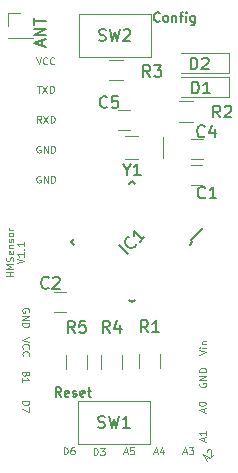
<source format=gto>
G04 #@! TF.FileFunction,Legend,Top*
%FSLAX46Y46*%
G04 Gerber Fmt 4.6, Leading zero omitted, Abs format (unit mm)*
G04 Created by KiCad (PCBNEW 4.0.2-stable) date 01.06.2017 12:53:20*
%MOMM*%
G01*
G04 APERTURE LIST*
%ADD10C,0.100000*%
%ADD11C,0.150000*%
%ADD12C,0.120000*%
G04 APERTURE END LIST*
D10*
X172004071Y-118175143D02*
X172604071Y-118175143D01*
X172604071Y-118318000D01*
X172575500Y-118403715D01*
X172518357Y-118460857D01*
X172461214Y-118489429D01*
X172346929Y-118518000D01*
X172261214Y-118518000D01*
X172146929Y-118489429D01*
X172089786Y-118460857D01*
X172032643Y-118403715D01*
X172004071Y-118318000D01*
X172004071Y-118175143D01*
X172604071Y-118718000D02*
X172604071Y-119118000D01*
X172004071Y-118860857D01*
X172318357Y-115898643D02*
X172289786Y-115984357D01*
X172261214Y-116012929D01*
X172204071Y-116041500D01*
X172118357Y-116041500D01*
X172061214Y-116012929D01*
X172032643Y-115984357D01*
X172004071Y-115927215D01*
X172004071Y-115698643D01*
X172604071Y-115698643D01*
X172604071Y-115898643D01*
X172575500Y-115955786D01*
X172546929Y-115984357D01*
X172489786Y-116012929D01*
X172432643Y-116012929D01*
X172375500Y-115984357D01*
X172346929Y-115955786D01*
X172318357Y-115898643D01*
X172318357Y-115698643D01*
X172004071Y-116612929D02*
X172004071Y-116270072D01*
X172004071Y-116441500D02*
X172604071Y-116441500D01*
X172518357Y-116384357D01*
X172461214Y-116327215D01*
X172432643Y-116270072D01*
X172604071Y-112801500D02*
X172004071Y-113001500D01*
X172604071Y-113201500D01*
X172061214Y-113744357D02*
X172032643Y-113715786D01*
X172004071Y-113630072D01*
X172004071Y-113572929D01*
X172032643Y-113487214D01*
X172089786Y-113430072D01*
X172146929Y-113401500D01*
X172261214Y-113372929D01*
X172346929Y-113372929D01*
X172461214Y-113401500D01*
X172518357Y-113430072D01*
X172575500Y-113487214D01*
X172604071Y-113572929D01*
X172604071Y-113630072D01*
X172575500Y-113715786D01*
X172546929Y-113744357D01*
X172061214Y-114344357D02*
X172032643Y-114315786D01*
X172004071Y-114230072D01*
X172004071Y-114172929D01*
X172032643Y-114087214D01*
X172089786Y-114030072D01*
X172146929Y-114001500D01*
X172261214Y-113972929D01*
X172346929Y-113972929D01*
X172461214Y-114001500D01*
X172518357Y-114030072D01*
X172575500Y-114087214D01*
X172604071Y-114172929D01*
X172604071Y-114230072D01*
X172575500Y-114315786D01*
X172546929Y-114344357D01*
X172575500Y-110667858D02*
X172604071Y-110610715D01*
X172604071Y-110525001D01*
X172575500Y-110439286D01*
X172518357Y-110382144D01*
X172461214Y-110353572D01*
X172346929Y-110325001D01*
X172261214Y-110325001D01*
X172146929Y-110353572D01*
X172089786Y-110382144D01*
X172032643Y-110439286D01*
X172004071Y-110525001D01*
X172004071Y-110582144D01*
X172032643Y-110667858D01*
X172061214Y-110696429D01*
X172261214Y-110696429D01*
X172261214Y-110582144D01*
X172004071Y-110953572D02*
X172604071Y-110953572D01*
X172004071Y-111296429D01*
X172604071Y-111296429D01*
X172004071Y-111582143D02*
X172604071Y-111582143D01*
X172604071Y-111725000D01*
X172575500Y-111810715D01*
X172518357Y-111867857D01*
X172461214Y-111896429D01*
X172346929Y-111925000D01*
X172261214Y-111925000D01*
X172146929Y-111896429D01*
X172089786Y-111867857D01*
X172032643Y-111810715D01*
X172004071Y-111725000D01*
X172004071Y-111582143D01*
X171251429Y-107641771D02*
X170651429Y-107641771D01*
X170937143Y-107641771D02*
X170937143Y-107298914D01*
X171251429Y-107298914D02*
X170651429Y-107298914D01*
X171251429Y-107013200D02*
X170651429Y-107013200D01*
X171080000Y-106813200D01*
X170651429Y-106613200D01*
X171251429Y-106613200D01*
X171222857Y-106356057D02*
X171251429Y-106270343D01*
X171251429Y-106127486D01*
X171222857Y-106070343D01*
X171194286Y-106041772D01*
X171137143Y-106013200D01*
X171080000Y-106013200D01*
X171022857Y-106041772D01*
X170994286Y-106070343D01*
X170965714Y-106127486D01*
X170937143Y-106241772D01*
X170908571Y-106298914D01*
X170880000Y-106327486D01*
X170822857Y-106356057D01*
X170765714Y-106356057D01*
X170708571Y-106327486D01*
X170680000Y-106298914D01*
X170651429Y-106241772D01*
X170651429Y-106098914D01*
X170680000Y-106013200D01*
X171222857Y-105527485D02*
X171251429Y-105584628D01*
X171251429Y-105698914D01*
X171222857Y-105756057D01*
X171165714Y-105784628D01*
X170937143Y-105784628D01*
X170880000Y-105756057D01*
X170851429Y-105698914D01*
X170851429Y-105584628D01*
X170880000Y-105527485D01*
X170937143Y-105498914D01*
X170994286Y-105498914D01*
X171051429Y-105784628D01*
X170851429Y-105241771D02*
X171251429Y-105241771D01*
X170908571Y-105241771D02*
X170880000Y-105213199D01*
X170851429Y-105156057D01*
X170851429Y-105070342D01*
X170880000Y-105013199D01*
X170937143Y-104984628D01*
X171251429Y-104984628D01*
X171222857Y-104727485D02*
X171251429Y-104670342D01*
X171251429Y-104556057D01*
X171222857Y-104498914D01*
X171165714Y-104470342D01*
X171137143Y-104470342D01*
X171080000Y-104498914D01*
X171051429Y-104556057D01*
X171051429Y-104641771D01*
X171022857Y-104698914D01*
X170965714Y-104727485D01*
X170937143Y-104727485D01*
X170880000Y-104698914D01*
X170851429Y-104641771D01*
X170851429Y-104556057D01*
X170880000Y-104498914D01*
X171251429Y-104127486D02*
X171222857Y-104184628D01*
X171194286Y-104213200D01*
X171137143Y-104241771D01*
X170965714Y-104241771D01*
X170908571Y-104213200D01*
X170880000Y-104184628D01*
X170851429Y-104127486D01*
X170851429Y-104041771D01*
X170880000Y-103984628D01*
X170908571Y-103956057D01*
X170965714Y-103927486D01*
X171137143Y-103927486D01*
X171194286Y-103956057D01*
X171222857Y-103984628D01*
X171251429Y-104041771D01*
X171251429Y-104127486D01*
X171251429Y-103670343D02*
X170851429Y-103670343D01*
X170965714Y-103670343D02*
X170908571Y-103641771D01*
X170880000Y-103613200D01*
X170851429Y-103556057D01*
X170851429Y-103498914D01*
X171591429Y-106527486D02*
X172191429Y-106327486D01*
X171591429Y-106127486D01*
X172191429Y-105613200D02*
X172191429Y-105956057D01*
X172191429Y-105784629D02*
X171591429Y-105784629D01*
X171677143Y-105841772D01*
X171734286Y-105898914D01*
X171762857Y-105956057D01*
X172134286Y-105356057D02*
X172162857Y-105327485D01*
X172191429Y-105356057D01*
X172162857Y-105384628D01*
X172134286Y-105356057D01*
X172191429Y-105356057D01*
X172191429Y-104756057D02*
X172191429Y-105098914D01*
X172191429Y-104927486D02*
X171591429Y-104927486D01*
X171677143Y-104984629D01*
X171734286Y-105041771D01*
X171762857Y-105098914D01*
X186996429Y-114279285D02*
X187596429Y-114079285D01*
X186996429Y-113879285D01*
X187596429Y-113679285D02*
X187196429Y-113679285D01*
X186996429Y-113679285D02*
X187025000Y-113707856D01*
X187053571Y-113679285D01*
X187025000Y-113650713D01*
X186996429Y-113679285D01*
X187053571Y-113679285D01*
X187196429Y-113393571D02*
X187596429Y-113393571D01*
X187253571Y-113393571D02*
X187225000Y-113364999D01*
X187196429Y-113307857D01*
X187196429Y-113222142D01*
X187225000Y-113164999D01*
X187282143Y-113136428D01*
X187596429Y-113136428D01*
X175515643Y-122699429D02*
X175515643Y-122099429D01*
X175658500Y-122099429D01*
X175744215Y-122128000D01*
X175801357Y-122185143D01*
X175829929Y-122242286D01*
X175858500Y-122356571D01*
X175858500Y-122442286D01*
X175829929Y-122556571D01*
X175801357Y-122613714D01*
X175744215Y-122670857D01*
X175658500Y-122699429D01*
X175515643Y-122699429D01*
X176372786Y-122099429D02*
X176258500Y-122099429D01*
X176201357Y-122128000D01*
X176172786Y-122156571D01*
X176115643Y-122242286D01*
X176087072Y-122356571D01*
X176087072Y-122585143D01*
X176115643Y-122642286D01*
X176144215Y-122670857D01*
X176201357Y-122699429D01*
X176315643Y-122699429D01*
X176372786Y-122670857D01*
X176401357Y-122642286D01*
X176429929Y-122585143D01*
X176429929Y-122442286D01*
X176401357Y-122385143D01*
X176372786Y-122356571D01*
X176315643Y-122328000D01*
X176201357Y-122328000D01*
X176144215Y-122356571D01*
X176115643Y-122385143D01*
X176087072Y-122442286D01*
X178055643Y-122762929D02*
X178055643Y-122162929D01*
X178198500Y-122162929D01*
X178284215Y-122191500D01*
X178341357Y-122248643D01*
X178369929Y-122305786D01*
X178398500Y-122420071D01*
X178398500Y-122505786D01*
X178369929Y-122620071D01*
X178341357Y-122677214D01*
X178284215Y-122734357D01*
X178198500Y-122762929D01*
X178055643Y-122762929D01*
X178598500Y-122162929D02*
X178969929Y-122162929D01*
X178769929Y-122391500D01*
X178855643Y-122391500D01*
X178912786Y-122420071D01*
X178941357Y-122448643D01*
X178969929Y-122505786D01*
X178969929Y-122648643D01*
X178941357Y-122705786D01*
X178912786Y-122734357D01*
X178855643Y-122762929D01*
X178684215Y-122762929D01*
X178627072Y-122734357D01*
X178598500Y-122705786D01*
X180609929Y-122528000D02*
X180895643Y-122528000D01*
X180552786Y-122699429D02*
X180752786Y-122099429D01*
X180952786Y-122699429D01*
X181438500Y-122099429D02*
X181152786Y-122099429D01*
X181124215Y-122385143D01*
X181152786Y-122356571D01*
X181209929Y-122328000D01*
X181352786Y-122328000D01*
X181409929Y-122356571D01*
X181438500Y-122385143D01*
X181467072Y-122442286D01*
X181467072Y-122585143D01*
X181438500Y-122642286D01*
X181409929Y-122670857D01*
X181352786Y-122699429D01*
X181209929Y-122699429D01*
X181152786Y-122670857D01*
X181124215Y-122642286D01*
X183149929Y-122528000D02*
X183435643Y-122528000D01*
X183092786Y-122699429D02*
X183292786Y-122099429D01*
X183492786Y-122699429D01*
X183949929Y-122299429D02*
X183949929Y-122699429D01*
X183807072Y-122070857D02*
X183664215Y-122499429D01*
X184035643Y-122499429D01*
X185626429Y-122528000D02*
X185912143Y-122528000D01*
X185569286Y-122699429D02*
X185769286Y-122099429D01*
X185969286Y-122699429D01*
X186112143Y-122099429D02*
X186483572Y-122099429D01*
X186283572Y-122328000D01*
X186369286Y-122328000D01*
X186426429Y-122356571D01*
X186455000Y-122385143D01*
X186483572Y-122442286D01*
X186483572Y-122585143D01*
X186455000Y-122642286D01*
X186426429Y-122670857D01*
X186369286Y-122699429D01*
X186197858Y-122699429D01*
X186140715Y-122670857D01*
X186112143Y-122642286D01*
X187537165Y-123119256D02*
X187739196Y-122917226D01*
X187617978Y-123280881D02*
X187335135Y-122715196D01*
X187900820Y-122998038D01*
X187638180Y-122492961D02*
X187638180Y-122452556D01*
X187658384Y-122391947D01*
X187759399Y-122290931D01*
X187820008Y-122270728D01*
X187860413Y-122270728D01*
X187921023Y-122290931D01*
X187961429Y-122331337D01*
X188001835Y-122412149D01*
X188001835Y-122897023D01*
X188264475Y-122634383D01*
X187361500Y-121586571D02*
X187361500Y-121300857D01*
X187532929Y-121643714D02*
X186932929Y-121443714D01*
X187532929Y-121243714D01*
X187532929Y-120729428D02*
X187532929Y-121072285D01*
X187532929Y-120900857D02*
X186932929Y-120900857D01*
X187018643Y-120958000D01*
X187075786Y-121015142D01*
X187104357Y-121072285D01*
X187361500Y-119110071D02*
X187361500Y-118824357D01*
X187532929Y-119167214D02*
X186932929Y-118967214D01*
X187532929Y-118767214D01*
X186932929Y-118452928D02*
X186932929Y-118395785D01*
X186961500Y-118338642D01*
X186990071Y-118310071D01*
X187047214Y-118281500D01*
X187161500Y-118252928D01*
X187304357Y-118252928D01*
X187418643Y-118281500D01*
X187475786Y-118310071D01*
X187504357Y-118338642D01*
X187532929Y-118395785D01*
X187532929Y-118452928D01*
X187504357Y-118510071D01*
X187475786Y-118538642D01*
X187418643Y-118567214D01*
X187304357Y-118595785D01*
X187161500Y-118595785D01*
X187047214Y-118567214D01*
X186990071Y-118538642D01*
X186961500Y-118510071D01*
X186932929Y-118452928D01*
X187025000Y-116662142D02*
X186996429Y-116719285D01*
X186996429Y-116804999D01*
X187025000Y-116890714D01*
X187082143Y-116947856D01*
X187139286Y-116976428D01*
X187253571Y-117004999D01*
X187339286Y-117004999D01*
X187453571Y-116976428D01*
X187510714Y-116947856D01*
X187567857Y-116890714D01*
X187596429Y-116804999D01*
X187596429Y-116747856D01*
X187567857Y-116662142D01*
X187539286Y-116633571D01*
X187339286Y-116633571D01*
X187339286Y-116747856D01*
X187596429Y-116376428D02*
X186996429Y-116376428D01*
X187596429Y-116033571D01*
X186996429Y-116033571D01*
X187596429Y-115747857D02*
X186996429Y-115747857D01*
X186996429Y-115605000D01*
X187025000Y-115519285D01*
X187082143Y-115462143D01*
X187139286Y-115433571D01*
X187253571Y-115405000D01*
X187339286Y-115405000D01*
X187453571Y-115433571D01*
X187510714Y-115462143D01*
X187567857Y-115519285D01*
X187596429Y-115605000D01*
X187596429Y-115747857D01*
X173532858Y-99141000D02*
X173475715Y-99112429D01*
X173390001Y-99112429D01*
X173304286Y-99141000D01*
X173247144Y-99198143D01*
X173218572Y-99255286D01*
X173190001Y-99369571D01*
X173190001Y-99455286D01*
X173218572Y-99569571D01*
X173247144Y-99626714D01*
X173304286Y-99683857D01*
X173390001Y-99712429D01*
X173447144Y-99712429D01*
X173532858Y-99683857D01*
X173561429Y-99655286D01*
X173561429Y-99455286D01*
X173447144Y-99455286D01*
X173818572Y-99712429D02*
X173818572Y-99112429D01*
X174161429Y-99712429D01*
X174161429Y-99112429D01*
X174447143Y-99712429D02*
X174447143Y-99112429D01*
X174590000Y-99112429D01*
X174675715Y-99141000D01*
X174732857Y-99198143D01*
X174761429Y-99255286D01*
X174790000Y-99369571D01*
X174790000Y-99455286D01*
X174761429Y-99569571D01*
X174732857Y-99626714D01*
X174675715Y-99683857D01*
X174590000Y-99712429D01*
X174447143Y-99712429D01*
X173532858Y-96601000D02*
X173475715Y-96572429D01*
X173390001Y-96572429D01*
X173304286Y-96601000D01*
X173247144Y-96658143D01*
X173218572Y-96715286D01*
X173190001Y-96829571D01*
X173190001Y-96915286D01*
X173218572Y-97029571D01*
X173247144Y-97086714D01*
X173304286Y-97143857D01*
X173390001Y-97172429D01*
X173447144Y-97172429D01*
X173532858Y-97143857D01*
X173561429Y-97115286D01*
X173561429Y-96915286D01*
X173447144Y-96915286D01*
X173818572Y-97172429D02*
X173818572Y-96572429D01*
X174161429Y-97172429D01*
X174161429Y-96572429D01*
X174447143Y-97172429D02*
X174447143Y-96572429D01*
X174590000Y-96572429D01*
X174675715Y-96601000D01*
X174732857Y-96658143D01*
X174761429Y-96715286D01*
X174790000Y-96829571D01*
X174790000Y-96915286D01*
X174761429Y-97029571D01*
X174732857Y-97086714D01*
X174675715Y-97143857D01*
X174590000Y-97172429D01*
X174447143Y-97172429D01*
X173590000Y-94632429D02*
X173390000Y-94346714D01*
X173247143Y-94632429D02*
X173247143Y-94032429D01*
X173475715Y-94032429D01*
X173532857Y-94061000D01*
X173561429Y-94089571D01*
X173590000Y-94146714D01*
X173590000Y-94232429D01*
X173561429Y-94289571D01*
X173532857Y-94318143D01*
X173475715Y-94346714D01*
X173247143Y-94346714D01*
X173790000Y-94032429D02*
X174190000Y-94632429D01*
X174190000Y-94032429D02*
X173790000Y-94632429D01*
X174418572Y-94632429D02*
X174418572Y-94032429D01*
X174561429Y-94032429D01*
X174647144Y-94061000D01*
X174704286Y-94118143D01*
X174732858Y-94175286D01*
X174761429Y-94289571D01*
X174761429Y-94375286D01*
X174732858Y-94489571D01*
X174704286Y-94546714D01*
X174647144Y-94603857D01*
X174561429Y-94632429D01*
X174418572Y-94632429D01*
X173232857Y-91492429D02*
X173575714Y-91492429D01*
X173404285Y-92092429D02*
X173404285Y-91492429D01*
X173718571Y-91492429D02*
X174118571Y-92092429D01*
X174118571Y-91492429D02*
X173718571Y-92092429D01*
X174347143Y-92092429D02*
X174347143Y-91492429D01*
X174490000Y-91492429D01*
X174575715Y-91521000D01*
X174632857Y-91578143D01*
X174661429Y-91635286D01*
X174690000Y-91749571D01*
X174690000Y-91835286D01*
X174661429Y-91949571D01*
X174632857Y-92006714D01*
X174575715Y-92063857D01*
X174490000Y-92092429D01*
X174347143Y-92092429D01*
X173190000Y-89079429D02*
X173390000Y-89679429D01*
X173590000Y-89079429D01*
X174132857Y-89622286D02*
X174104286Y-89650857D01*
X174018572Y-89679429D01*
X173961429Y-89679429D01*
X173875714Y-89650857D01*
X173818572Y-89593714D01*
X173790000Y-89536571D01*
X173761429Y-89422286D01*
X173761429Y-89336571D01*
X173790000Y-89222286D01*
X173818572Y-89165143D01*
X173875714Y-89108000D01*
X173961429Y-89079429D01*
X174018572Y-89079429D01*
X174104286Y-89108000D01*
X174132857Y-89136571D01*
X174732857Y-89622286D02*
X174704286Y-89650857D01*
X174618572Y-89679429D01*
X174561429Y-89679429D01*
X174475714Y-89650857D01*
X174418572Y-89593714D01*
X174390000Y-89536571D01*
X174361429Y-89422286D01*
X174361429Y-89336571D01*
X174390000Y-89222286D01*
X174418572Y-89165143D01*
X174475714Y-89108000D01*
X174561429Y-89079429D01*
X174618572Y-89079429D01*
X174704286Y-89108000D01*
X174732857Y-89136571D01*
D11*
X186419024Y-104711500D02*
X186259925Y-104552401D01*
X181292500Y-109838024D02*
X181062690Y-109608214D01*
X176165976Y-104711500D02*
X176395786Y-104941310D01*
X181292500Y-99584976D02*
X181522310Y-99814786D01*
X186419024Y-104711500D02*
X186189214Y-104941310D01*
X181292500Y-99584976D02*
X181062690Y-99814786D01*
X176165976Y-104711500D02*
X176395786Y-104481690D01*
X181292500Y-109838024D02*
X181522310Y-109608214D01*
X186259925Y-104552401D02*
X187267552Y-103544774D01*
D12*
X182828500Y-121825000D02*
X176708500Y-121825000D01*
X176708500Y-121825000D02*
X176708500Y-118205000D01*
X176708500Y-118205000D02*
X182828500Y-118205000D01*
X182828500Y-118205000D02*
X182828500Y-121825000D01*
X176772000Y-85439000D02*
X182892000Y-85439000D01*
X182892000Y-85439000D02*
X182892000Y-89059000D01*
X182892000Y-89059000D02*
X176772000Y-89059000D01*
X176772000Y-89059000D02*
X176772000Y-85439000D01*
X187253500Y-98210000D02*
X186253500Y-98210000D01*
X186253500Y-99910000D02*
X187253500Y-99910000D01*
X189507500Y-92480500D02*
X189507500Y-90780500D01*
X189457500Y-90780500D02*
X185407500Y-90780500D01*
X189457500Y-92480500D02*
X185407500Y-92480500D01*
X189507500Y-90385000D02*
X189507500Y-88685000D01*
X189457500Y-88685000D02*
X185407500Y-88685000D01*
X189457500Y-90385000D02*
X185407500Y-90385000D01*
X181873000Y-115433400D02*
X181873000Y-114233400D01*
X183633000Y-114233400D02*
X183633000Y-115433400D01*
X186477200Y-94555200D02*
X185277200Y-94555200D01*
X185277200Y-92795200D02*
X186477200Y-92795200D01*
X179359000Y-89290000D02*
X180559000Y-89290000D01*
X180559000Y-91050000D02*
X179359000Y-91050000D01*
X187266200Y-96000200D02*
X186266200Y-96000200D01*
X186266200Y-97700200D02*
X187266200Y-97700200D01*
X181144800Y-93511000D02*
X180144800Y-93511000D01*
X180144800Y-95211000D02*
X181144800Y-95211000D01*
X181804400Y-97673200D02*
X180704400Y-97673200D01*
X181804400Y-95773200D02*
X180704400Y-95773200D01*
X183954400Y-97623200D02*
X183954400Y-95823200D01*
X170771000Y-87423500D02*
X170771000Y-87483500D01*
X170771000Y-87483500D02*
X172891000Y-87483500D01*
X172891000Y-87483500D02*
X172891000Y-87423500D01*
X172891000Y-87423500D02*
X170771000Y-87423500D01*
X170771000Y-86423500D02*
X170771000Y-85363500D01*
X170771000Y-85363500D02*
X171831000Y-85363500D01*
X178698000Y-115471500D02*
X178698000Y-114271500D01*
X180458000Y-114271500D02*
X180458000Y-115471500D01*
X175696500Y-108941500D02*
X174696500Y-108941500D01*
X174696500Y-110641500D02*
X175696500Y-110641500D01*
X177486200Y-114280400D02*
X177486200Y-115480400D01*
X175726200Y-115480400D02*
X175726200Y-114280400D01*
D11*
X180922111Y-105721652D02*
X180215004Y-105014545D01*
X181595546Y-104913530D02*
X181595546Y-104980874D01*
X181528203Y-105115561D01*
X181460859Y-105182904D01*
X181326172Y-105250248D01*
X181191485Y-105250248D01*
X181090470Y-105216576D01*
X180922111Y-105115561D01*
X180821095Y-105014545D01*
X180720080Y-104846187D01*
X180686408Y-104745172D01*
X180686408Y-104610485D01*
X180753753Y-104475797D01*
X180821096Y-104408454D01*
X180955783Y-104341110D01*
X181023126Y-104341110D01*
X182336325Y-104307439D02*
X181932263Y-104711500D01*
X182134294Y-104509470D02*
X181427187Y-103802363D01*
X181460859Y-103970722D01*
X181460859Y-104105408D01*
X181427187Y-104206424D01*
X178435167Y-120419762D02*
X178578024Y-120467381D01*
X178816120Y-120467381D01*
X178911358Y-120419762D01*
X178958977Y-120372143D01*
X179006596Y-120276905D01*
X179006596Y-120181667D01*
X178958977Y-120086429D01*
X178911358Y-120038810D01*
X178816120Y-119991190D01*
X178625643Y-119943571D01*
X178530405Y-119895952D01*
X178482786Y-119848333D01*
X178435167Y-119753095D01*
X178435167Y-119657857D01*
X178482786Y-119562619D01*
X178530405Y-119515000D01*
X178625643Y-119467381D01*
X178863739Y-119467381D01*
X179006596Y-119515000D01*
X179339929Y-119467381D02*
X179578024Y-120467381D01*
X179768501Y-119753095D01*
X179958977Y-120467381D01*
X180197072Y-119467381D01*
X181101834Y-120467381D02*
X180530405Y-120467381D01*
X180816119Y-120467381D02*
X180816119Y-119467381D01*
X180720881Y-119610238D01*
X180625643Y-119705476D01*
X180530405Y-119753095D01*
X175285524Y-117836905D02*
X175018857Y-117455952D01*
X174828381Y-117836905D02*
X174828381Y-117036905D01*
X175133143Y-117036905D01*
X175209334Y-117075000D01*
X175247429Y-117113095D01*
X175285524Y-117189286D01*
X175285524Y-117303571D01*
X175247429Y-117379762D01*
X175209334Y-117417857D01*
X175133143Y-117455952D01*
X174828381Y-117455952D01*
X175933143Y-117798810D02*
X175856953Y-117836905D01*
X175704572Y-117836905D01*
X175628381Y-117798810D01*
X175590286Y-117722619D01*
X175590286Y-117417857D01*
X175628381Y-117341667D01*
X175704572Y-117303571D01*
X175856953Y-117303571D01*
X175933143Y-117341667D01*
X175971238Y-117417857D01*
X175971238Y-117494048D01*
X175590286Y-117570238D01*
X176276000Y-117798810D02*
X176352190Y-117836905D01*
X176504571Y-117836905D01*
X176580762Y-117798810D01*
X176618857Y-117722619D01*
X176618857Y-117684524D01*
X176580762Y-117608333D01*
X176504571Y-117570238D01*
X176390286Y-117570238D01*
X176314095Y-117532143D01*
X176276000Y-117455952D01*
X176276000Y-117417857D01*
X176314095Y-117341667D01*
X176390286Y-117303571D01*
X176504571Y-117303571D01*
X176580762Y-117341667D01*
X177266476Y-117798810D02*
X177190286Y-117836905D01*
X177037905Y-117836905D01*
X176961714Y-117798810D01*
X176923619Y-117722619D01*
X176923619Y-117417857D01*
X176961714Y-117341667D01*
X177037905Y-117303571D01*
X177190286Y-117303571D01*
X177266476Y-117341667D01*
X177304571Y-117417857D01*
X177304571Y-117494048D01*
X176923619Y-117570238D01*
X177533142Y-117303571D02*
X177837904Y-117303571D01*
X177647428Y-117036905D02*
X177647428Y-117722619D01*
X177685523Y-117798810D01*
X177761714Y-117836905D01*
X177837904Y-117836905D01*
X178498667Y-87653762D02*
X178641524Y-87701381D01*
X178879620Y-87701381D01*
X178974858Y-87653762D01*
X179022477Y-87606143D01*
X179070096Y-87510905D01*
X179070096Y-87415667D01*
X179022477Y-87320429D01*
X178974858Y-87272810D01*
X178879620Y-87225190D01*
X178689143Y-87177571D01*
X178593905Y-87129952D01*
X178546286Y-87082333D01*
X178498667Y-86987095D01*
X178498667Y-86891857D01*
X178546286Y-86796619D01*
X178593905Y-86749000D01*
X178689143Y-86701381D01*
X178927239Y-86701381D01*
X179070096Y-86749000D01*
X179403429Y-86701381D02*
X179641524Y-87701381D01*
X179832001Y-86987095D01*
X180022477Y-87701381D01*
X180260572Y-86701381D01*
X180593905Y-86796619D02*
X180641524Y-86749000D01*
X180736762Y-86701381D01*
X180974858Y-86701381D01*
X181070096Y-86749000D01*
X181117715Y-86796619D01*
X181165334Y-86891857D01*
X181165334Y-86987095D01*
X181117715Y-87129952D01*
X180546286Y-87701381D01*
X181165334Y-87701381D01*
X183654857Y-86010714D02*
X183616762Y-86048810D01*
X183502476Y-86086905D01*
X183426286Y-86086905D01*
X183312000Y-86048810D01*
X183235809Y-85972619D01*
X183197714Y-85896429D01*
X183159619Y-85744048D01*
X183159619Y-85629762D01*
X183197714Y-85477381D01*
X183235809Y-85401190D01*
X183312000Y-85325000D01*
X183426286Y-85286905D01*
X183502476Y-85286905D01*
X183616762Y-85325000D01*
X183654857Y-85363095D01*
X184112000Y-86086905D02*
X184035809Y-86048810D01*
X183997714Y-86010714D01*
X183959619Y-85934524D01*
X183959619Y-85705952D01*
X183997714Y-85629762D01*
X184035809Y-85591667D01*
X184112000Y-85553571D01*
X184226286Y-85553571D01*
X184302476Y-85591667D01*
X184340571Y-85629762D01*
X184378667Y-85705952D01*
X184378667Y-85934524D01*
X184340571Y-86010714D01*
X184302476Y-86048810D01*
X184226286Y-86086905D01*
X184112000Y-86086905D01*
X184721524Y-85553571D02*
X184721524Y-86086905D01*
X184721524Y-85629762D02*
X184759619Y-85591667D01*
X184835810Y-85553571D01*
X184950096Y-85553571D01*
X185026286Y-85591667D01*
X185064381Y-85667857D01*
X185064381Y-86086905D01*
X185331048Y-85553571D02*
X185635810Y-85553571D01*
X185445334Y-86086905D02*
X185445334Y-85401190D01*
X185483429Y-85325000D01*
X185559620Y-85286905D01*
X185635810Y-85286905D01*
X185902477Y-86086905D02*
X185902477Y-85553571D01*
X185902477Y-85286905D02*
X185864382Y-85325000D01*
X185902477Y-85363095D01*
X185940572Y-85325000D01*
X185902477Y-85286905D01*
X185902477Y-85363095D01*
X186626286Y-85553571D02*
X186626286Y-86201190D01*
X186588191Y-86277381D01*
X186550096Y-86315476D01*
X186473905Y-86353571D01*
X186359620Y-86353571D01*
X186283429Y-86315476D01*
X186626286Y-86048810D02*
X186550096Y-86086905D01*
X186397715Y-86086905D01*
X186321524Y-86048810D01*
X186283429Y-86010714D01*
X186245334Y-85934524D01*
X186245334Y-85705952D01*
X186283429Y-85629762D01*
X186321524Y-85591667D01*
X186397715Y-85553571D01*
X186550096Y-85553571D01*
X186626286Y-85591667D01*
X187488534Y-100941143D02*
X187440915Y-100988762D01*
X187298058Y-101036381D01*
X187202820Y-101036381D01*
X187059962Y-100988762D01*
X186964724Y-100893524D01*
X186917105Y-100798286D01*
X186869486Y-100607810D01*
X186869486Y-100464952D01*
X186917105Y-100274476D01*
X186964724Y-100179238D01*
X187059962Y-100084000D01*
X187202820Y-100036381D01*
X187298058Y-100036381D01*
X187440915Y-100084000D01*
X187488534Y-100131619D01*
X188440915Y-101036381D02*
X187869486Y-101036381D01*
X188155200Y-101036381D02*
X188155200Y-100036381D01*
X188059962Y-100179238D01*
X187964724Y-100274476D01*
X187869486Y-100322095D01*
X186396405Y-92146381D02*
X186396405Y-91146381D01*
X186634500Y-91146381D01*
X186777358Y-91194000D01*
X186872596Y-91289238D01*
X186920215Y-91384476D01*
X186967834Y-91574952D01*
X186967834Y-91717810D01*
X186920215Y-91908286D01*
X186872596Y-92003524D01*
X186777358Y-92098762D01*
X186634500Y-92146381D01*
X186396405Y-92146381D01*
X187920215Y-92146381D02*
X187348786Y-92146381D01*
X187634500Y-92146381D02*
X187634500Y-91146381D01*
X187539262Y-91289238D01*
X187444024Y-91384476D01*
X187348786Y-91432095D01*
X186269405Y-90114381D02*
X186269405Y-89114381D01*
X186507500Y-89114381D01*
X186650358Y-89162000D01*
X186745596Y-89257238D01*
X186793215Y-89352476D01*
X186840834Y-89542952D01*
X186840834Y-89685810D01*
X186793215Y-89876286D01*
X186745596Y-89971524D01*
X186650358Y-90066762D01*
X186507500Y-90114381D01*
X186269405Y-90114381D01*
X187221786Y-89209619D02*
X187269405Y-89162000D01*
X187364643Y-89114381D01*
X187602739Y-89114381D01*
X187697977Y-89162000D01*
X187745596Y-89209619D01*
X187793215Y-89304857D01*
X187793215Y-89400095D01*
X187745596Y-89542952D01*
X187174167Y-90114381D01*
X187793215Y-90114381D01*
X182649834Y-112364781D02*
X182316500Y-111888590D01*
X182078405Y-112364781D02*
X182078405Y-111364781D01*
X182459358Y-111364781D01*
X182554596Y-111412400D01*
X182602215Y-111460019D01*
X182649834Y-111555257D01*
X182649834Y-111698114D01*
X182602215Y-111793352D01*
X182554596Y-111840971D01*
X182459358Y-111888590D01*
X182078405Y-111888590D01*
X183602215Y-112364781D02*
X183030786Y-112364781D01*
X183316500Y-112364781D02*
X183316500Y-111364781D01*
X183221262Y-111507638D01*
X183126024Y-111602876D01*
X183030786Y-111650495D01*
X188758534Y-94178381D02*
X188425200Y-93702190D01*
X188187105Y-94178381D02*
X188187105Y-93178381D01*
X188568058Y-93178381D01*
X188663296Y-93226000D01*
X188710915Y-93273619D01*
X188758534Y-93368857D01*
X188758534Y-93511714D01*
X188710915Y-93606952D01*
X188663296Y-93654571D01*
X188568058Y-93702190D01*
X188187105Y-93702190D01*
X189139486Y-93273619D02*
X189187105Y-93226000D01*
X189282343Y-93178381D01*
X189520439Y-93178381D01*
X189615677Y-93226000D01*
X189663296Y-93273619D01*
X189710915Y-93368857D01*
X189710915Y-93464095D01*
X189663296Y-93606952D01*
X189091867Y-94178381D01*
X189710915Y-94178381D01*
X182840334Y-90749381D02*
X182507000Y-90273190D01*
X182268905Y-90749381D02*
X182268905Y-89749381D01*
X182649858Y-89749381D01*
X182745096Y-89797000D01*
X182792715Y-89844619D01*
X182840334Y-89939857D01*
X182840334Y-90082714D01*
X182792715Y-90177952D01*
X182745096Y-90225571D01*
X182649858Y-90273190D01*
X182268905Y-90273190D01*
X183173667Y-89749381D02*
X183792715Y-89749381D01*
X183459381Y-90130333D01*
X183602239Y-90130333D01*
X183697477Y-90177952D01*
X183745096Y-90225571D01*
X183792715Y-90320810D01*
X183792715Y-90558905D01*
X183745096Y-90654143D01*
X183697477Y-90701762D01*
X183602239Y-90749381D01*
X183316524Y-90749381D01*
X183221286Y-90701762D01*
X183173667Y-90654143D01*
X187437734Y-95759543D02*
X187390115Y-95807162D01*
X187247258Y-95854781D01*
X187152020Y-95854781D01*
X187009162Y-95807162D01*
X186913924Y-95711924D01*
X186866305Y-95616686D01*
X186818686Y-95426210D01*
X186818686Y-95283352D01*
X186866305Y-95092876D01*
X186913924Y-94997638D01*
X187009162Y-94902400D01*
X187152020Y-94854781D01*
X187247258Y-94854781D01*
X187390115Y-94902400D01*
X187437734Y-94950019D01*
X188294877Y-95188114D02*
X188294877Y-95854781D01*
X188056781Y-94807162D02*
X187818686Y-95521448D01*
X188437734Y-95521448D01*
X179182734Y-93270343D02*
X179135115Y-93317962D01*
X178992258Y-93365581D01*
X178897020Y-93365581D01*
X178754162Y-93317962D01*
X178658924Y-93222724D01*
X178611305Y-93127486D01*
X178563686Y-92937010D01*
X178563686Y-92794152D01*
X178611305Y-92603676D01*
X178658924Y-92508438D01*
X178754162Y-92413200D01*
X178897020Y-92365581D01*
X178992258Y-92365581D01*
X179135115Y-92413200D01*
X179182734Y-92460819D01*
X180087496Y-92365581D02*
X179611305Y-92365581D01*
X179563686Y-92841771D01*
X179611305Y-92794152D01*
X179706543Y-92746533D01*
X179944639Y-92746533D01*
X180039877Y-92794152D01*
X180087496Y-92841771D01*
X180135115Y-92937010D01*
X180135115Y-93175105D01*
X180087496Y-93270343D01*
X180039877Y-93317962D01*
X179944639Y-93365581D01*
X179706543Y-93365581D01*
X179611305Y-93317962D01*
X179563686Y-93270343D01*
X180841709Y-98604390D02*
X180841709Y-99080581D01*
X180508376Y-98080581D02*
X180841709Y-98604390D01*
X181175043Y-98080581D01*
X182032186Y-99080581D02*
X181460757Y-99080581D01*
X181746471Y-99080581D02*
X181746471Y-98080581D01*
X181651233Y-98223438D01*
X181555995Y-98318676D01*
X181460757Y-98366295D01*
X173712167Y-88137857D02*
X173712167Y-87661666D01*
X173997881Y-88233095D02*
X172997881Y-87899762D01*
X173997881Y-87566428D01*
X173997881Y-87233095D02*
X172997881Y-87233095D01*
X173997881Y-86661666D01*
X172997881Y-86661666D01*
X172997881Y-86328333D02*
X172997881Y-85756904D01*
X173997881Y-86042619D02*
X172997881Y-86042619D01*
X179411334Y-112402881D02*
X179078000Y-111926690D01*
X178839905Y-112402881D02*
X178839905Y-111402881D01*
X179220858Y-111402881D01*
X179316096Y-111450500D01*
X179363715Y-111498119D01*
X179411334Y-111593357D01*
X179411334Y-111736214D01*
X179363715Y-111831452D01*
X179316096Y-111879071D01*
X179220858Y-111926690D01*
X178839905Y-111926690D01*
X180268477Y-111736214D02*
X180268477Y-112402881D01*
X180030381Y-111355262D02*
X179792286Y-112069548D01*
X180411334Y-112069548D01*
X174229734Y-108586543D02*
X174182115Y-108634162D01*
X174039258Y-108681781D01*
X173944020Y-108681781D01*
X173801162Y-108634162D01*
X173705924Y-108538924D01*
X173658305Y-108443686D01*
X173610686Y-108253210D01*
X173610686Y-108110352D01*
X173658305Y-107919876D01*
X173705924Y-107824638D01*
X173801162Y-107729400D01*
X173944020Y-107681781D01*
X174039258Y-107681781D01*
X174182115Y-107729400D01*
X174229734Y-107777019D01*
X174610686Y-107777019D02*
X174658305Y-107729400D01*
X174753543Y-107681781D01*
X174991639Y-107681781D01*
X175086877Y-107729400D01*
X175134496Y-107777019D01*
X175182115Y-107872257D01*
X175182115Y-107967495D01*
X175134496Y-108110352D01*
X174563067Y-108681781D01*
X175182115Y-108681781D01*
X176439534Y-112411781D02*
X176106200Y-111935590D01*
X175868105Y-112411781D02*
X175868105Y-111411781D01*
X176249058Y-111411781D01*
X176344296Y-111459400D01*
X176391915Y-111507019D01*
X176439534Y-111602257D01*
X176439534Y-111745114D01*
X176391915Y-111840352D01*
X176344296Y-111887971D01*
X176249058Y-111935590D01*
X175868105Y-111935590D01*
X177344296Y-111411781D02*
X176868105Y-111411781D01*
X176820486Y-111887971D01*
X176868105Y-111840352D01*
X176963343Y-111792733D01*
X177201439Y-111792733D01*
X177296677Y-111840352D01*
X177344296Y-111887971D01*
X177391915Y-111983210D01*
X177391915Y-112221305D01*
X177344296Y-112316543D01*
X177296677Y-112364162D01*
X177201439Y-112411781D01*
X176963343Y-112411781D01*
X176868105Y-112364162D01*
X176820486Y-112316543D01*
M02*

</source>
